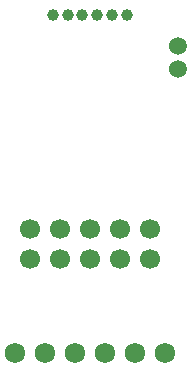
<source format=gbr>
G04 EAGLE Gerber RS-274X export*
G75*
%MOMM*%
%FSLAX34Y34*%
%LPD*%
%INSoldermask Top*%
%IPPOS*%
%AMOC8*
5,1,8,0,0,1.08239X$1,22.5*%
G01*
%ADD10C,1.700000*%
%ADD11C,1.725600*%
%ADD12C,1.000000*%
%ADD13C,1.522400*%


D10*
X155800Y129700D03*
X155800Y104300D03*
X130400Y129700D03*
X130400Y104300D03*
X105000Y129700D03*
X105000Y104300D03*
X79600Y129700D03*
X79600Y104300D03*
X54200Y129700D03*
X54200Y104300D03*
D11*
X41500Y25000D03*
X66900Y25000D03*
X92300Y25000D03*
X117700Y25000D03*
X143100Y25000D03*
X168500Y25000D03*
D12*
X73750Y311500D03*
X86250Y311500D03*
X98750Y311500D03*
X111250Y311500D03*
X123750Y311500D03*
X136250Y311500D03*
D13*
X180000Y285000D03*
X180000Y265000D03*
M02*

</source>
